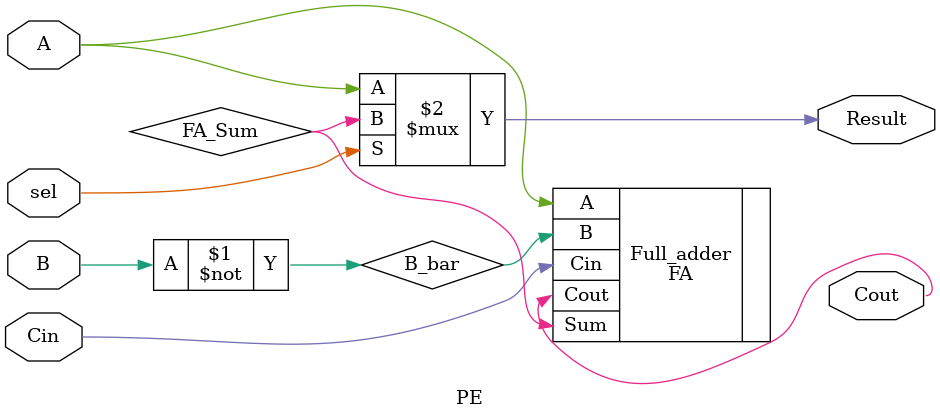
<source format=v>
`timescale 1ns / 1ps


module PE(
    input A,
    input B,
    input Cin,
    input sel,
    output Cout,
    output Result
    );
    
    wire B_bar;    //For Subtract
    wire FA_Sum;   //FA_Result
    
    //B -> -B
    assign B_bar = ~B;
    //A + (-B)
    FA Full_adder(.A(A), .B(B_bar), .Cin(Cin), .Sum(FA_Sum), .Cout(Cout));
    //MuX (sel = 1 : Sum / sel = 0 : A)
    assign Result = (sel) ? FA_Sum : A;
endmodule

</source>
